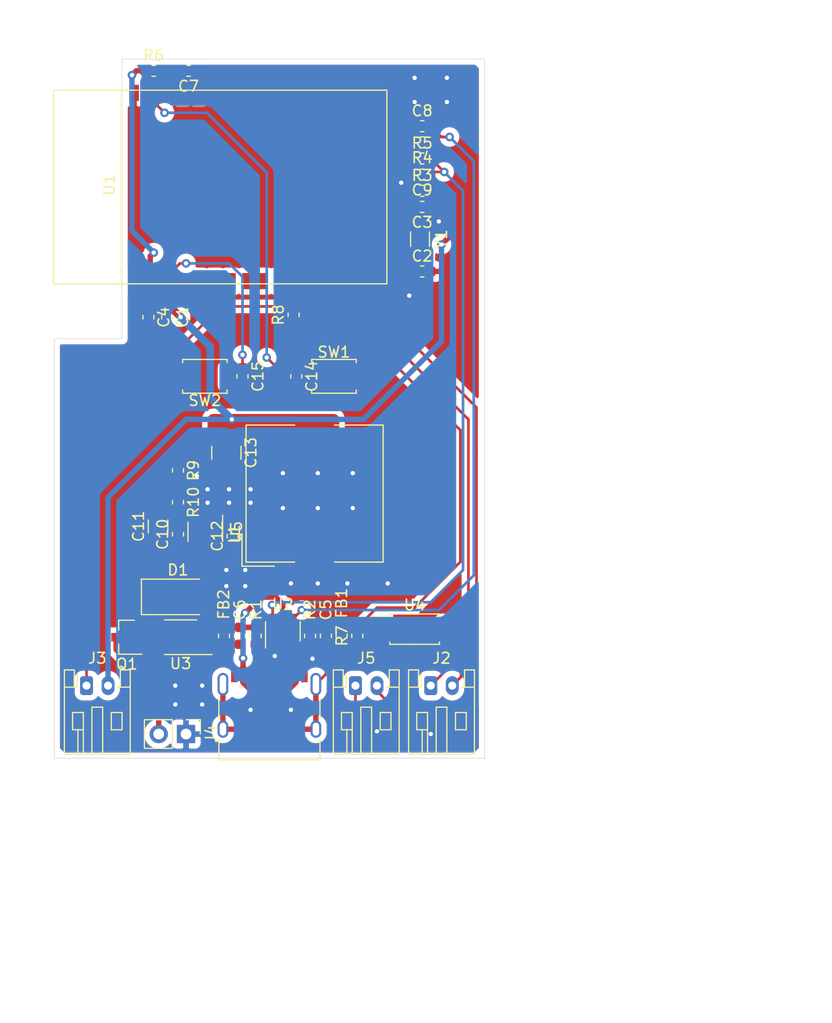
<source format=kicad_pcb>
(kicad_pcb (version 20171130) (host pcbnew "(5.1.6)-1")
  (layers (0 F.Cu signal) (31 B.Cu signal) (34 B.Paste user) (35 F.Paste user) (36 B.SilkS user) (37 F.SilkS user) (38 B.Mask user) (39 F.Mask user) (44 Edge.Cuts user))
  (net 0 "")
  (net 1 GND)
  (net 2 +3V3)
  (net 3 /MODULE_TX)
  (net 4 /MODULE_RX)
  (net 5 "Net-(U1-Pad6)")
  (net 6 /I2C_SDA)
  (net 7 /I2C_SCL)
  (net 8 "Net-(U1-Pad7)")
  (net 9 /USB_D+)
  (net 10 /USB_D-)
  (net 11 /D+)
  (net 12 /D-)
  (net 13 VBUS)
  (net 14 +BATT)
  (net 15 V_UNREG)
  (net 16 "Net-(R4-Pad2)")
  (net 17 "Net-(Q1-Pad1)")
  (net 18 "Net-(C2-Pad1)")
  (net 19 "Net-(C3-Pad2)")
  (net 20 "Net-(C5-Pad1)")
  (net 21 "Net-(C6-Pad1)")
  (net 22 "Net-(J1-PadB5)")
  (net 23 "Net-(J1-PadA8)")
  (net 24 "Net-(J1-PadA5)")
  (net 25 "Net-(J1-PadB8)")
  (net 26 "Net-(J2-Pad1)")
  (net 27 "Net-(J2-Pad2)")
  (net 28 "Net-(R3-Pad1)")
  (net 29 "Net-(R5-Pad1)")
  (net 30 "Net-(R7-Pad1)")
  (net 31 "Net-(U1-Pad31)")
  (net 32 "Net-(U1-Pad27)")
  (net 33 "Net-(U1-Pad30)")
  (net 34 "Net-(U1-Pad34)")
  (net 35 "Net-(U1-Pad28)")
  (net 36 "Net-(U1-Pad32)")
  (net 37 "Net-(U1-Pad37)")
  (net 38 "Net-(U1-Pad29)")
  (net 39 "Net-(U1-Pad38)")
  (net 40 "Net-(U1-Pad36)")
  (net 41 "Net-(U1-Pad33)")
  (net 42 "Net-(U1-Pad35)")
  (net 43 "Net-(U1-Pad39)")
  (net 44 "Net-(U1-Pad40)")
  (net 45 "Net-(U1-Pad25)")
  (net 46 "Net-(U1-Pad24)")
  (net 47 "Net-(U1-Pad20)")
  (net 48 "Net-(U1-Pad17)")
  (net 49 "Net-(U1-Pad13)")
  (net 50 "Net-(U1-Pad14)")
  (net 51 "Net-(U1-Pad9)")
  (net 52 "Net-(U1-Pad10)")
  (net 53 "Net-(U1-Pad8)")
  (net 54 "Net-(U1-Pad5)")
  (net 55 "Net-(U1-Pad4)")
  (net 56 "Net-(U3-Pad1)")
  (net 57 "Net-(C12-Pad2)")
  (net 58 "Net-(C12-Pad1)")
  (net 59 /EN)
  (net 60 /IO0)
  (net 61 "Net-(R10-Pad1)")
  (module Capacitor_SMD:C_0603_1608Metric (layer F.Cu) (at 140.5 92 270)
    (fp_text reference C1 (at 0 -1.43 90) (layer F.SilkS))
    (fp_text value 0.1uF)
    (pad 2 smd roundrect (at 0.7875 0 270) (size 0.875 0.95) (layers F.Cu F.Paste F.Mask) (net 1 GND))
    (pad 1 smd roundrect (at -0.7875 0 270) (size 0.875 0.95) (layers F.Cu F.Paste F.Mask) (net 2 +3V3))
  )
  (module Capacitor_SMD:C_0603_1608Metric (layer F.Cu) (at 164.2 87.75)
    (fp_text reference C2 (at 0 -1.43) (layer F.SilkS))
    (fp_text value 20pF)
    (pad 1 smd roundrect (at -0.7875 0) (size 0.875 0.95) (layers F.Cu F.Paste F.Mask) (net 18 "Net-(C2-Pad1)"))
    (pad 2 smd roundrect (at 0.7875 0) (size 0.875 0.95) (layers F.Cu F.Paste F.Mask) (net 1 GND))
  )
  (module Capacitor_SMD:C_0603_1608Metric (layer F.Cu) (at 164.2 81.75 180)
    (fp_text reference C3 (at 0 -1.43) (layer F.SilkS))
    (fp_text value 20pF)
    (pad 2 smd roundrect (at 0.7875 0 180) (size 0.875 0.95) (layers F.Cu F.Paste F.Mask) (net 19 "Net-(C3-Pad2)"))
    (pad 1 smd roundrect (at -0.7875 0 180) (size 0.875 0.95) (layers F.Cu F.Paste F.Mask) (net 1 GND))
  )
  (module Capacitor_SMD:C_0603_1608Metric (layer F.Cu) (at 138.75 92 270)
    (fp_text reference C4 (at 0 -1.43 90) (layer F.SilkS))
    (fp_text value 22uF)
    (pad 1 smd roundrect (at -0.7875 0 270) (size 0.875 0.95) (layers F.Cu F.Paste F.Mask) (net 2 +3V3))
    (pad 2 smd roundrect (at 0.7875 0 270) (size 0.875 0.95) (layers F.Cu F.Paste F.Mask) (net 1 GND))
  )
  (module Capacitor_SMD:C_0603_1608Metric (layer F.Cu) (at 155.25 121.62 90)
    (fp_text reference C5 (at 2.42 0 90) (layer F.SilkS))
    (fp_text value 0.1uF)
    (pad 2 smd roundrect (at 0.7875 0 90) (size 0.875 0.95) (layers F.Cu F.Paste F.Mask) (net 1 GND))
    (pad 1 smd roundrect (at -0.7875 0 90) (size 0.875 0.95) (layers F.Cu F.Paste F.Mask) (net 20 "Net-(C5-Pad1)"))
  )
  (module Capacitor_SMD:C_0603_1608Metric (layer F.Cu) (at 147.26 121.62 90)
    (fp_text reference C6 (at 2.42 -0.01 90) (layer F.SilkS))
    (fp_text value 0.1uF)
    (pad 1 smd roundrect (at -0.7875 0 90) (size 0.875 0.95) (layers F.Cu F.Paste F.Mask) (net 21 "Net-(C6-Pad1)"))
    (pad 2 smd roundrect (at 0.7875 0 90) (size 0.875 0.95) (layers F.Cu F.Paste F.Mask) (net 1 GND))
  )
  (module Capacitor_SMD:C_0603_1608Metric (layer F.Cu) (at 142.4875 69.1 180)
    (fp_text reference C7 (at 0 -1.43) (layer F.SilkS))
    (fp_text value 0.1uF)
    (pad 2 smd roundrect (at 0.7875 0 180) (size 0.875 0.95) (layers F.Cu F.Paste F.Mask) (net 59 /EN))
    (pad 1 smd roundrect (at -0.7875 0 180) (size 0.875 0.95) (layers F.Cu F.Paste F.Mask) (net 1 GND))
  )
  (module Capacitor_SMD:C_0603_1608Metric (layer F.Cu) (at 164.2 74.25)
    (fp_text reference C8 (at 0 -1.43) (layer F.SilkS))
    (fp_text value 20pF)
    (pad 2 smd roundrect (at 0.7875 0) (size 0.875 0.95) (layers F.Cu F.Paste F.Mask) (net 9 /USB_D+))
    (pad 1 smd roundrect (at -0.7875 0) (size 0.875 0.95) (layers F.Cu F.Paste F.Mask) (net 1 GND))
  )
  (module Capacitor_SMD:C_0603_1608Metric (layer F.Cu) (at 164.2 78.75 180)
    (fp_text reference C9 (at 0 -1.43) (layer F.SilkS))
    (fp_text value 20pF)
    (pad 1 smd roundrect (at -0.7875 0 180) (size 0.875 0.95) (layers F.Cu F.Paste F.Mask) (net 10 /USB_D-))
    (pad 2 smd roundrect (at 0.7875 0 180) (size 0.875 0.95) (layers F.Cu F.Paste F.Mask) (net 1 GND))
  )
  (module Capacitor_SMD:C_0603_1608Metric (layer F.Cu) (at 141.5 112.1815 90)
    (fp_text reference C10 (at 0 -1.43 90) (layer F.SilkS))
    (fp_text value 100pF)
    (pad 1 smd roundrect (at -0.7875 0 90) (size 0.875 0.95) (layers F.Cu F.Paste F.Mask) (net 15 V_UNREG))
    (pad 2 smd roundrect (at 0.7875 0 90) (size 0.875 0.95) (layers F.Cu F.Paste F.Mask) (net 1 GND))
  )
  (module Capacitor_SMD:C_1210_3225Metric (layer F.Cu) (at 146 104.6 270)
    (fp_text reference C13 (at 0 -2.28 90) (layer F.SilkS))
    (fp_text value 22uF)
    (pad 1 smd roundrect (at -1.4 0 270) (size 1.25 2.65) (layers F.Cu F.Paste F.Mask) (roundrect_rratio 0.2) (net 2 +3V3))
    (pad 2 smd roundrect (at 1.4 0 270) (size 1.25 2.65) (layers F.Cu F.Paste F.Mask) (roundrect_rratio 0.2) (net 1 GND))
  )
  (module Diode_SMD:D_SMA (layer F.Cu) (at 141.5 118)
    (fp_text reference D1 (at 0 -2.5 180) (layer F.SilkS))
    (fp_text value B140B-13-F)
    (pad 1 smd rect (at -2 0) (size 2.5 1.8) (layers F.Cu F.Paste F.Mask) (net 15 V_UNREG))
    (pad 2 smd rect (at 2 0) (size 2.5 1.8) (layers F.Cu F.Paste F.Mask) (net 13 VBUS))
  )
  (module Inductor_SMD:L_0603_1608Metric (layer F.Cu) (at 156.71 121.62 270)
    (fp_text reference FB1 (at -3.0375 0 90) (layer F.SilkS))
    (fp_text value >1A)
    (pad 2 smd roundrect (at 0.7875 0 270) (size 0.875 0.95) (layers F.Cu F.Paste F.Mask) (net 20 "Net-(C5-Pad1)"))
    (pad 1 smd roundrect (at -0.7875 0 270) (size 0.875 0.95) (layers F.Cu F.Paste F.Mask) (net 1 GND))
  )
  (module Inductor_SMD:L_0603_1608Metric (layer F.Cu) (at 145.78 121.62 270)
    (fp_text reference FB2 (at -2.92 0.03 90) (layer F.SilkS))
    (fp_text value >1A)
    (pad 1 smd roundrect (at -0.7875 0 270) (size 0.875 0.95) (layers F.Cu F.Paste F.Mask) (net 13 VBUS))
    (pad 2 smd roundrect (at 0.7875 0 270) (size 0.875 0.95) (layers F.Cu F.Paste F.Mask) (net 21 "Net-(C6-Pad1)"))
  )
  (module Connector_USB:USB_C_Receptacle_HRO_TYPE-C-31-M-12 (layer F.Cu) (at 150 129.25)
    (fp_text reference J1 hide)
    (fp_text value USB_C_Receptacle_USB2.0)
    (pad S1 thru_hole oval (at 4.32 1.05) (size 1 1.6) (drill oval 0.6 1.2) (layers *.Cu *.Mask) (net 20 "Net-(C5-Pad1)"))
    (pad "" np_thru_hole circle (at 2.89 -2.6) (size 0.65 0.65) (drill 0.65) (layers *.Cu *.Mask))
    (pad S1 thru_hole oval (at -4.32 1.05) (size 1 1.6) (drill oval 0.6 1.2) (layers *.Cu *.Mask) (net 20 "Net-(C5-Pad1)"))
    (pad "" np_thru_hole circle (at -2.89 -2.6) (size 0.65 0.65) (drill 0.65) (layers *.Cu *.Mask))
    (pad S1 thru_hole oval (at -4.32 -3.13) (size 1 2.1) (drill oval 0.6 1.7) (layers *.Cu *.Mask) (net 20 "Net-(C5-Pad1)"))
    (pad S1 thru_hole oval (at 4.32 -3.13) (size 1 2.1) (drill oval 0.6 1.7) (layers *.Cu *.Mask) (net 20 "Net-(C5-Pad1)"))
    (pad A6 smd rect (at -0.25 -4.045) (size 0.3 1.45) (layers F.Cu F.Paste F.Mask) (net 11 /D+))
    (pad B5 smd rect (at 1.75 -4.045) (size 0.3 1.45) (layers F.Cu F.Paste F.Mask) (net 22 "Net-(J1-PadB5)"))
    (pad A8 smd rect (at 1.25 -4.045) (size 0.3 1.45) (layers F.Cu F.Paste F.Mask) (net 23 "Net-(J1-PadA8)"))
    (pad B6 smd rect (at 0.75 -4.045) (size 0.3 1.45) (layers F.Cu F.Paste F.Mask) (net 11 /D+))
    (pad A7 smd rect (at 0.25 -4.045) (size 0.3 1.45) (layers F.Cu F.Paste F.Mask) (net 12 /D-))
    (pad B7 smd rect (at -0.75 -4.045) (size 0.3 1.45) (layers F.Cu F.Paste F.Mask) (net 12 /D-))
    (pad A5 smd rect (at -1.25 -4.045) (size 0.3 1.45) (layers F.Cu F.Paste F.Mask) (net 24 "Net-(J1-PadA5)"))
    (pad B8 smd rect (at -1.75 -4.045) (size 0.3 1.45) (layers F.Cu F.Paste F.Mask) (net 25 "Net-(J1-PadB8)"))
    (pad A12 smd rect (at 3.25 -4.045) (size 0.6 1.45) (layers F.Cu F.Paste F.Mask) (net 1 GND))
    (pad B4 smd rect (at 2.45 -4.045) (size 0.6 1.45) (layers F.Cu F.Paste F.Mask) (net 21 "Net-(C6-Pad1)"))
    (pad A4 smd rect (at -2.45 -4.045) (size 0.6 1.45) (layers F.Cu F.Paste F.Mask) (net 21 "Net-(C6-Pad1)"))
    (pad A1 smd rect (at -3.25 -4.045) (size 0.6 1.45) (layers F.Cu F.Paste F.Mask) (net 1 GND))
    (pad B12 smd rect (at -3.25 -4.045) (size 0.6 1.45) (layers F.Cu F.Paste F.Mask) (net 1 GND))
    (pad B9 smd rect (at -2.45 -4.045) (size 0.6 1.45) (layers F.Cu F.Paste F.Mask) (net 21 "Net-(C6-Pad1)"))
    (pad A9 smd rect (at 2.45 -4.045) (size 0.6 1.45) (layers F.Cu F.Paste F.Mask) (net 21 "Net-(C6-Pad1)"))
    (pad B1 smd rect (at 3.25 -4.045) (size 0.6 1.45) (layers F.Cu F.Paste F.Mask) (net 1 GND))
  )
  (module Connector_JST:JST_PH_S2B-PH-K_1x02_P2.00mm_Horizontal (layer F.Cu) (at 165 126.25)
    (fp_text reference J2 (at 1 -2.55) (layer F.SilkS))
    (fp_text value Conn_01x02_Male)
    (pad 1 thru_hole roundrect (at 0 0) (size 1.2 1.75) (drill 0.75) (layers *.Cu *.Mask) (roundrect_rratio 0.208333) (net 26 "Net-(J2-Pad1)"))
    (pad 2 thru_hole oval (at 2 0) (size 1.2 1.75) (drill 0.75) (layers *.Cu *.Mask) (net 27 "Net-(J2-Pad2)"))
  )
  (module Connector_JST:JST_PH_S2B-PH-K_1x02_P2.00mm_Horizontal (layer F.Cu) (at 133 126.25)
    (fp_text reference J3 (at 1 -2.55) (layer F.SilkS))
    (fp_text value Conn_01x02_Male)
    (pad 2 thru_hole oval (at 2 0) (size 1.2 1.75) (drill 0.75) (layers *.Cu *.Mask) (net 2 +3V3))
    (pad 1 thru_hole roundrect (at 0 0) (size 1.2 1.75) (drill 0.75) (layers *.Cu *.Mask) (roundrect_rratio 0.208333) (net 4 /MODULE_RX))
  )
  (module Connector_JST:JST_PH_S2B-PH-K_1x02_P2.00mm_Horizontal (layer F.Cu) (at 158 126.25)
    (fp_text reference J5 (at 1 -2.55) (layer F.SilkS))
    (fp_text value Conn_01x02_Male)
    (pad 1 thru_hole roundrect (at 0 0) (size 1.2 1.75) (drill 0.75) (layers *.Cu *.Mask) (roundrect_rratio 0.208333) (net 6 /I2C_SDA))
    (pad 2 thru_hole oval (at 2 0) (size 1.2 1.75) (drill 0.75) (layers *.Cu *.Mask) (net 7 /I2C_SCL))
  )
  (module Connector_PinHeader_2.54mm:PinHeader_1x02_P2.54mm_Vertical (layer F.Cu) (at 142.25 130.75 270)
    (fp_text reference J4 (at 0 -2.33 90) (layer F.SilkS))
    (fp_text value Conn_01x02)
    (pad 1 thru_hole rect (at 0 0 270) (size 1.7 1.7) (drill 1) (layers *.Cu *.Mask) (net 1 GND))
    (pad 2 thru_hole oval (at 0 2.54 270) (size 1.7 1.7) (drill 1) (layers *.Cu *.Mask) (net 14 +BATT))
  )
  (module Package_TO_SOT_SMD:SOT-23 (layer F.Cu) (at 136.75 121.75 180)
    (fp_text reference Q1 (at 0 -2.5) (layer F.SilkS))
    (fp_text value DMP4065SQ)
    (pad 1 smd rect (at -1 -0.95 180) (size 0.9 0.8) (layers F.Cu F.Paste F.Mask) (net 17 "Net-(Q1-Pad1)"))
    (pad 2 smd rect (at -1 0.95 180) (size 0.9 0.8) (layers F.Cu F.Paste F.Mask) (net 15 V_UNREG))
    (pad 3 smd rect (at 1 0 180) (size 0.9 0.8) (layers F.Cu F.Paste F.Mask) (net 14 +BATT))
  )
  (module Resistor_SMD:R_0603_1608Metric (layer F.Cu) (at 148.72 121.62 270)
    (fp_text reference R1 (at -2.42 -0.03 90) (layer F.SilkS))
    (fp_text value 5.1k)
    (pad 2 smd roundrect (at 0.7875 0 270) (size 0.875 0.95) (layers F.Cu F.Paste F.Mask) (net 24 "Net-(J1-PadA5)"))
    (pad 1 smd roundrect (at -0.7875 0 270) (size 0.875 0.95) (layers F.Cu F.Paste F.Mask) (net 1 GND))
  )
  (module Resistor_SMD:R_0603_1608Metric (layer F.Cu) (at 153.78 121.62 270)
    (fp_text reference R2 (at -2.42 0.03 270) (layer F.SilkS))
    (fp_text value 5.1k)
    (pad 1 smd roundrect (at -0.7875 0 270) (size 0.875 0.95) (layers F.Cu F.Paste F.Mask) (net 1 GND))
    (pad 2 smd roundrect (at 0.7875 0 270) (size 0.875 0.95) (layers F.Cu F.Paste F.Mask) (net 22 "Net-(J1-PadB5)"))
  )
  (module Resistor_SMD:R_0603_1608Metric (layer F.Cu) (at 164.2 80.25)
    (fp_text reference R3 (at 0 -1.43) (layer F.SilkS))
    (fp_text value 10k)
    (pad 1 smd roundrect (at -0.7875 0) (size 0.875 0.95) (layers F.Cu F.Paste F.Mask) (net 28 "Net-(R3-Pad1)"))
    (pad 2 smd roundrect (at 0.7875 0) (size 0.875 0.95) (layers F.Cu F.Paste F.Mask) (net 2 +3V3))
  )
  (module Resistor_SMD:R_0603_1608Metric (layer F.Cu) (at 164.2 75.75 180)
    (fp_text reference R4 (at 0 -1.43) (layer F.SilkS))
    (fp_text value 22R)
    (pad 1 smd roundrect (at -0.7875 0 180) (size 0.875 0.95) (layers F.Cu F.Paste F.Mask) (net 9 /USB_D+))
    (pad 2 smd roundrect (at 0.7875 0 180) (size 0.875 0.95) (layers F.Cu F.Paste F.Mask) (net 16 "Net-(R4-Pad2)"))
  )
  (module Resistor_SMD:R_0603_1608Metric (layer F.Cu) (at 164.2 77.25)
    (fp_text reference R5 (at 0 -1.43) (layer F.SilkS))
    (fp_text value 22R)
    (pad 2 smd roundrect (at 0.7875 0) (size 0.875 0.95) (layers F.Cu F.Paste F.Mask) (net 10 /USB_D-))
    (pad 1 smd roundrect (at -0.7875 0) (size 0.875 0.95) (layers F.Cu F.Paste F.Mask) (net 29 "Net-(R5-Pad1)"))
  )
  (module Resistor_SMD:R_0603_1608Metric (layer F.Cu) (at 139.2375 69.1)
    (fp_text reference R6 (at 0 -1.43) (layer F.SilkS))
    (fp_text value 10k)
    (pad 1 smd roundrect (at -0.7875 0) (size 0.875 0.95) (layers F.Cu F.Paste F.Mask) (net 2 +3V3))
    (pad 2 smd roundrect (at 0.7875 0) (size 0.875 0.95) (layers F.Cu F.Paste F.Mask) (net 59 /EN))
  )
  (module Resistor_SMD:R_0603_1608Metric (layer F.Cu) (at 158.17 121.62 90)
    (fp_text reference R7 (at 0 -1.43 90) (layer F.SilkS))
    (fp_text value 180R)
    (pad 2 smd roundrect (at 0.7875 0 90) (size 0.875 0.95) (layers F.Cu F.Paste F.Mask) (net 3 /MODULE_TX))
    (pad 1 smd roundrect (at -0.7875 0 90) (size 0.875 0.95) (layers F.Cu F.Paste F.Mask) (net 30 "Net-(R7-Pad1)"))
  )
  (module Resistor_SMD:R_0603_1608Metric (layer F.Cu) (at 141.5 106.25 270)
    (fp_text reference R9 (at 0 -1.43 90) (layer F.SilkS))
    (fp_text value 51k)
    (pad 2 smd roundrect (at 0.7875 0 270) (size 0.875 0.95) (layers F.Cu F.Paste F.Mask) (net 61 "Net-(R10-Pad1)"))
    (pad 1 smd roundrect (at -0.7875 0 270) (size 0.875 0.95) (layers F.Cu F.Paste F.Mask) (net 2 +3V3))
  )
  (module Resistor_SMD:R_0603_1608Metric (layer F.Cu) (at 152.25 91.7875 90)
    (fp_text reference R8 (at 0 -1.43 90) (layer F.SilkS))
    (fp_text value 2.2K)
    (pad 1 smd roundrect (at -0.7875 0 90) (size 0.875 0.95) (layers F.Cu F.Paste F.Mask) (net 1 GND))
    (pad 2 smd roundrect (at 0.7875 0 90) (size 0.875 0.95) (layers F.Cu F.Paste F.Mask) (net 4 /MODULE_RX))
  )
  (module ESP32-s2:ESP32-S2-WROOM (layer F.Cu) (at 129.921 88.9 90)
    (fp_text reference U1 (at 9.2 5.2 90) (layer F.SilkS))
    (fp_text value ESP32-S2-WROOM)
    (pad 43 smd rect (at 6.31 14.05 90) (size 1.1 1.1) (layers F.Cu F.Paste F.Mask) (net 1 GND))
    (pad 43 smd rect (at 6.31 15.55 90) (size 1.1 1.1) (layers F.Cu F.Paste F.Mask) (net 1 GND))
    (pad 43 smd rect (at 6.31 17.05 90) (size 1.1 1.1) (layers F.Cu F.Paste F.Mask) (net 1 GND))
    (pad 43 smd rect (at 9.31 14.05 90) (size 1.1 1.1) (layers F.Cu F.Paste F.Mask) (net 1 GND))
    (pad 43 smd rect (at 9.31 15.55 90) (size 1.1 1.1) (layers F.Cu F.Paste F.Mask) (net 1 GND))
    (pad 43 smd rect (at 9.31 17.05 90) (size 1.1 1.1) (layers F.Cu F.Paste F.Mask) (net 1 GND))
    (pad 43 smd rect (at 7.81 17.05 90) (size 1.1 1.1) (layers F.Cu F.Paste F.Mask) (net 1 GND))
    (pad 43 smd rect (at 7.81 14.05 90) (size 1.1 1.1) (layers F.Cu F.Paste F.Mask) (net 1 GND))
    (pad 43 smd rect (at 7.81 15.55 90) (size 1.1 1.1) (layers F.Cu F.Paste F.Mask) (net 1 GND))
    (pad 31 smd rect (at 17.75 24 90) (size 1.5 0.9) (layers F.Cu F.Paste F.Mask) (net 31 "Net-(U1-Pad31)"))
    (pad 42 smd rect (at 17.75 7.5 90) (size 1.5 0.9) (layers F.Cu F.Paste F.Mask) (net 1 GND))
    (pad 27 smd rect (at 17.75 30 90) (size 1.5 0.9) (layers F.Cu F.Paste F.Mask) (net 32 "Net-(U1-Pad27)"))
    (pad 41 smd rect (at 17.75 9 90) (size 1.5 0.9) (layers F.Cu F.Paste F.Mask) (net 59 /EN))
    (pad 30 smd rect (at 17.75 25.5 90) (size 1.5 0.9) (layers F.Cu F.Paste F.Mask) (net 33 "Net-(U1-Pad30)"))
    (pad 34 smd rect (at 17.75 19.5 90) (size 1.5 0.9) (layers F.Cu F.Paste F.Mask) (net 34 "Net-(U1-Pad34)"))
    (pad 28 smd rect (at 17.75 28.5 90) (size 1.5 0.9) (layers F.Cu F.Paste F.Mask) (net 35 "Net-(U1-Pad28)"))
    (pad 32 smd rect (at 17.75 22.5 90) (size 1.5 0.9) (layers F.Cu F.Paste F.Mask) (net 36 "Net-(U1-Pad32)"))
    (pad 37 smd rect (at 17.75 15 90) (size 1.5 0.9) (layers F.Cu F.Paste F.Mask) (net 37 "Net-(U1-Pad37)"))
    (pad 29 smd rect (at 17.75 27 90) (size 1.5 0.9) (layers F.Cu F.Paste F.Mask) (net 38 "Net-(U1-Pad29)"))
    (pad 38 smd rect (at 17.75 13.5 90) (size 1.5 0.9) (layers F.Cu F.Paste F.Mask) (net 39 "Net-(U1-Pad38)"))
    (pad 36 smd rect (at 17.75 16.5 90) (size 1.5 0.9) (layers F.Cu F.Paste F.Mask) (net 40 "Net-(U1-Pad36)"))
    (pad 33 smd rect (at 17.75 21 90) (size 1.5 0.9) (layers F.Cu F.Paste F.Mask) (net 41 "Net-(U1-Pad33)"))
    (pad 35 smd rect (at 17.75 18 90) (size 1.5 0.9) (layers F.Cu F.Paste F.Mask) (net 42 "Net-(U1-Pad35)"))
    (pad 39 smd rect (at 17.75 12 90) (size 1.5 0.9) (layers F.Cu F.Paste F.Mask) (net 43 "Net-(U1-Pad39)"))
    (pad 40 smd rect (at 17.75 10.5 90) (size 1.5 0.9) (layers F.Cu F.Paste F.Mask) (net 44 "Net-(U1-Pad40)"))
    (pad 25 smd rect (at 14.25 30.75 180) (size 1.5 0.9) (layers F.Cu F.Paste F.Mask) (net 45 "Net-(U1-Pad25)"))
    (pad 26 smd rect (at 15.75 30.75 180) (size 1.5 0.9) (layers F.Cu F.Paste F.Mask) (net 1 GND))
    (pad 23 smd rect (at 11.25 30.75 180) (size 1.5 0.9) (layers F.Cu F.Paste F.Mask) (net 16 "Net-(R4-Pad2)"))
    (pad 24 smd rect (at 12.75 30.75 180) (size 1.5 0.9) (layers F.Cu F.Paste F.Mask) (net 46 "Net-(U1-Pad24)"))
    (pad 21 smd rect (at 8.25 30.75 180) (size 1.5 0.9) (layers F.Cu F.Paste F.Mask) (net 28 "Net-(R3-Pad1)"))
    (pad 22 smd rect (at 9.75 30.75 180) (size 1.5 0.9) (layers F.Cu F.Paste F.Mask) (net 29 "Net-(R5-Pad1)"))
    (pad 19 smd rect (at 5.25 30.75 180) (size 1.5 0.9) (layers F.Cu F.Paste F.Mask) (net 19 "Net-(C3-Pad2)"))
    (pad 20 smd rect (at 6.75 30.75 180) (size 1.5 0.9) (layers F.Cu F.Paste F.Mask) (net 47 "Net-(U1-Pad20)"))
    (pad 18 smd rect (at 3.75 30.75 180) (size 1.5 0.9) (layers F.Cu F.Paste F.Mask) (net 18 "Net-(C2-Pad1)"))
    (pad 17 smd rect (at 2.25 30.75 180) (size 1.5 0.9) (layers F.Cu F.Paste F.Mask) (net 48 "Net-(U1-Pad17)"))
    (pad 15 smd rect (at 0.25 28.5 90) (size 1.5 0.9) (layers F.Cu F.Paste F.Mask) (net 7 /I2C_SCL))
    (pad 16 smd rect (at 0.25 30 90) (size 1.5 0.9) (layers F.Cu F.Paste F.Mask) (net 6 /I2C_SDA))
    (pad 13 smd rect (at 0.25 25.5 90) (size 1.5 0.9) (layers F.Cu F.Paste F.Mask) (net 49 "Net-(U1-Pad13)"))
    (pad 14 smd rect (at 0.25 27 90) (size 1.5 0.9) (layers F.Cu F.Paste F.Mask) (net 50 "Net-(U1-Pad14)"))
    (pad 11 smd rect (at 0.25 22.5 90) (size 1.5 0.9) (layers F.Cu F.Paste F.Mask) (net 4 /MODULE_RX))
    (pad 12 smd rect (at 0.25 24 90) (size 1.5 0.9) (layers F.Cu F.Paste F.Mask) (net 3 /MODULE_TX))
    (pad 9 smd rect (at 0.25 19.5 90) (size 1.5 0.9) (layers F.Cu F.Paste F.Mask) (net 51 "Net-(U1-Pad9)"))
    (pad 10 smd rect (at 0.25 21 90) (size 1.5 0.9) (layers F.Cu F.Paste F.Mask) (net 52 "Net-(U1-Pad10)"))
    (pad 7 smd rect (at 0.25 16.5 90) (size 1.5 0.9) (layers F.Cu F.Paste F.Mask) (net 8 "Net-(U1-Pad7)"))
    (pad 8 smd rect (at 0.25 18 90) (size 1.5 0.9) (layers F.Cu F.Paste F.Mask) (net 53 "Net-(U1-Pad8)"))
    (pad 5 smd rect (at 0.25 13.5 90) (size 1.5 0.9) (layers F.Cu F.Paste F.Mask) (net 54 "Net-(U1-Pad5)"))
    (pad 6 smd rect (at 0.25 15 90) (size 1.5 0.9) (layers F.Cu F.Paste F.Mask) (net 5 "Net-(U1-Pad6)"))
    (pad 3 smd rect (at 0.25 10.5 90) (size 1.5 0.9) (layers F.Cu F.Paste F.Mask) (net 60 /IO0))
    (pad 4 smd rect (at 0.25 12 90) (size 1.5 0.9) (layers F.Cu F.Paste F.Mask) (net 55 "Net-(U1-Pad4)"))
    (pad 2 smd rect (at 0.25 9 90) (size 1.5 0.9) (layers F.Cu F.Paste F.Mask) (net 2 +3V3))
    (pad 1 smd rect (at 0.25 7.5 90) (size 1.5 0.9) (layers F.Cu F.Paste F.Mask) (net 1 GND))
  )
  (module Package_TO_SOT_SMD:SOT-23-6 (layer F.Cu) (at 151.25 121.2 90)
    (fp_text reference U2 (at 2.5 0 180) (layer F.SilkS))
    (fp_text value USBLC6-2SC6)
    (pad 1 smd rect (at -1.1 -0.95 90) (size 1.06 0.65) (layers F.Cu F.Paste F.Mask) (net 12 /D-))
    (pad 2 smd rect (at -1.1 0 90) (size 1.06 0.65) (layers F.Cu F.Paste F.Mask) (net 1 GND))
    (pad 3 smd rect (at -1.1 0.95 90) (size 1.06 0.65) (layers F.Cu F.Paste F.Mask) (net 11 /D+))
    (pad 4 smd rect (at 1.1 0.95 90) (size 1.06 0.65) (layers F.Cu F.Paste F.Mask) (net 9 /USB_D+))
    (pad 6 smd rect (at 1.1 -0.95 90) (size 1.06 0.65) (layers F.Cu F.Paste F.Mask) (net 10 /USB_D-))
    (pad 5 smd rect (at 1.1 0 90) (size 1.06 0.65) (layers F.Cu F.Paste F.Mask) (net 21 "Net-(C6-Pad1)"))
  )
  (module Package_SO:MSOP-8_3x3mm_P0.65mm (layer F.Cu) (at 141.75 121.75 180)
    (fp_text reference U3 (at 0 -2.45) (layer F.SilkS))
    (fp_text value LTC4414)
    (pad 1 smd roundrect (at -2.1125 -0.975 180) (size 1.625 0.4) (layers F.Cu F.Paste F.Mask) (net 56 "Net-(U3-Pad1)"))
    (pad 2 smd roundrect (at -2.1125 -0.325 180) (size 1.625 0.4) (layers F.Cu F.Paste F.Mask) (net 1 GND))
    (pad 3 smd roundrect (at -2.1125 0.325 180) (size 1.625 0.4) (layers F.Cu F.Paste F.Mask) (net 1 GND))
    (pad 4 smd roundrect (at -2.1125 0.975 180) (size 1.625 0.4) (layers F.Cu F.Paste F.Mask))
    (pad 5 smd roundrect (at 2.1125 0.975 180) (size 1.625 0.4) (layers F.Cu F.Paste F.Mask))
    (pad 6 smd roundrect (at 2.1125 0.325 180) (size 1.625 0.4) (layers F.Cu F.Paste F.Mask) (net 15 V_UNREG))
    (pad 7 smd roundrect (at 2.1125 -0.325 180) (size 1.625 0.4) (layers F.Cu F.Paste F.Mask) (net 14 +BATT))
    (pad 8 smd roundrect (at 2.1125 -0.975 180) (size 1.625 0.4) (layers F.Cu F.Paste F.Mask) (net 17 "Net-(Q1-Pad1)"))
  )
  (module Package_SO:SOP-4_4.4x2.6mm_P1.27mm (layer F.Cu) (at 163.5 121)
    (fp_text reference U4 (at 0 -2.25) (layer F.SilkS))
    (fp_text value "EL3H7(B)(TA)-G")
    (pad 1 smd roundrect (at -3.1875 -0.635) (size 1.625 0.6) (layers F.Cu F.Paste F.Mask) (net 30 "Net-(R7-Pad1)"))
    (pad 2 smd roundrect (at -3.1875 0.635) (size 1.625 0.6) (layers F.Cu F.Paste F.Mask) (net 1 GND))
    (pad 3 smd roundrect (at 3.1875 0.635) (size 1.625 0.6) (layers F.Cu F.Paste F.Mask) (net 26 "Net-(J2-Pad1)"))
    (pad 4 smd roundrect (at 3.1875 -0.635) (size 1.625 0.6) (layers F.Cu F.Paste F.Mask) (net 27 "Net-(J2-Pad2)"))
  )
  (module Crystal:Crystal_SMD_3215-2Pin_3.2x1.5mm (layer F.Cu) (at 164 84.75 270)
    (fp_text reference Y1 (at 0 -2 90) (layer F.SilkS))
    (fp_text value "32.768KHz 12.5p")
    (pad 1 smd rect (at 1.25 0 270) (size 1 1.8) (layers F.Cu F.Paste F.Mask) (net 18 "Net-(C2-Pad1)"))
    (pad 2 smd rect (at -1.25 0 270) (size 1 1.8) (layers F.Cu F.Paste F.Mask) (net 19 "Net-(C3-Pad2)"))
  )
  (module Capacitor_SMD:C_1206_3216Metric (layer F.Cu) (at 139.65 111.445 90)
    (fp_text reference C11 (at 0 -1.82 90) (layer F.SilkS))
    (fp_text value 10uF)
    (pad 1 smd roundrect (at -1.4 0 90) (size 1.25 1.75) (layers F.Cu F.Paste F.Mask) (roundrect_rratio 0.2) (net 15 V_UNREG))
    (pad 2 smd roundrect (at 1.4 0 90) (size 1.25 1.75) (layers F.Cu F.Paste F.Mask) (roundrect_rratio 0.2) (net 1 GND))
  )
  (module Capacitor_SMD:C_0603_1608Metric (layer F.Cu) (at 146.58 112.35 90)
    (fp_text reference C12 (at 0 -1.43 90) (layer F.SilkS))
    (fp_text value 100nF)
    (pad 2 smd roundrect (at 0.7875 0 90) (size 0.875 0.95) (layers F.Cu F.Paste F.Mask) (net 57 "Net-(C12-Pad2)"))
    (pad 1 smd roundrect (at -0.7875 0 90) (size 0.875 0.95) (layers F.Cu F.Paste F.Mask) (net 58 "Net-(C12-Pad1)"))
  )
  (module Capacitor_SMD:C_0603_1608Metric (layer F.Cu) (at 152.5 97.5 270)
    (fp_text reference C14 (at 0 -1.43 90) (layer F.SilkS))
    (fp_text value 0.1uF)
    (pad 1 smd roundrect (at -0.7875 0 270) (size 0.875 0.95) (layers F.Cu F.Paste F.Mask) (net 59 /EN))
    (pad 2 smd roundrect (at 0.7875 0 270) (size 0.875 0.95) (layers F.Cu F.Paste F.Mask) (net 1 GND))
  )
  (module Capacitor_SMD:C_0603_1608Metric (layer F.Cu) (at 147.5 97.5 270)
    (fp_text reference C15 (at 0 -1.43 90) (layer F.SilkS))
    (fp_text value 0.1uF)
    (pad 1 smd roundrect (at -0.7875 0 270) (size 0.875 0.95) (layers F.Cu F.Paste F.Mask) (net 60 /IO0))
    (pad 2 smd roundrect (at 0.7875 0 270) (size 0.875 0.95) (layers F.Cu F.Paste F.Mask) (net 1 GND))
  )
  (module Inductor_SMD:L_TDK_SLF12575 (layer F.Cu) (at 154.2 108.397 90)
    (fp_text reference L1 (at -3.75 -7.45 90) (layer F.SilkS))
    (fp_text value 15uH)
    (fp_text user "" (at -49 0.05 90) (layer F.SilkS) (effects (font (size 3 3))))
    (pad 1 smd roundrect (at -5.55 0 90) (size 2.6 3.2) (layers F.Cu F.Paste F.Mask) (net 58 "Net-(C12-Pad1)"))
    (pad 2 smd roundrect (at 5.55 0 90) (size 2.6 3.2) (layers F.Cu F.Paste F.Mask) (net 2 +3V3))
  )
  (module Resistor_SMD:R_0603_1608Metric (layer F.Cu) (at 141.5 109.2 270)
    (fp_text reference R10 (at 0 -1.43 90) (layer F.SilkS))
    (fp_text value 22.1k)
    (pad 1 smd roundrect (at -0.7875 0 270) (size 0.875 0.95) (layers F.Cu F.Paste F.Mask) (net 61 "Net-(R10-Pad1)"))
    (pad 2 smd roundrect (at 0.7875 0 270) (size 0.875 0.95) (layers F.Cu F.Paste F.Mask) (net 1 GND))
  )
  (module Button_Switch_SMD:SW_Push_SPST_NO_Alps_SKRK (layer F.Cu) (at 156 97.5)
    (fp_text reference SW1 (at 0 -2.25) (layer F.SilkS))
    (fp_text value Reset)
    (pad 2 smd roundrect (at 2.1 0) (size 0.8 2) (layers F.Cu F.Paste F.Mask) (net 1 GND))
    (pad 1 smd roundrect (at -2.1 0) (size 0.8 2) (layers F.Cu F.Paste F.Mask) (net 59 /EN))
  )
  (module Button_Switch_SMD:SW_Push_SPST_NO_Alps_SKRK (layer F.Cu) (at 144 97.5 180)
    (fp_text reference SW2 (at 0 -2.25) (layer F.SilkS))
    (fp_text value Boot)
    (pad 1 smd roundrect (at -2.1 0 180) (size 0.8 2) (layers F.Cu F.Paste F.Mask) (net 60 /IO0))
    (pad 2 smd roundrect (at 2.1 0 180) (size 0.8 2) (layers F.Cu F.Paste F.Mask) (net 1 GND))
  )
  (module Package_TO_SOT_SMD:SOT-23-6 (layer F.Cu) (at 144.04 111.953 270)
    (fp_text reference U5 (at 0 -2.9 90) (layer F.SilkS))
    (fp_text value LMR50410XDBVR)
    (pad 1 smd rect (at -1.1 -0.95 270) (size 1.06 0.65) (layers F.Cu F.Paste F.Mask) (net 57 "Net-(C12-Pad2)"))
    (pad 2 smd rect (at -1.1 0 270) (size 1.06 0.65) (layers F.Cu F.Paste F.Mask) (net 1 GND))
    (pad 3 smd rect (at -1.1 0.95 270) (size 1.06 0.65) (layers F.Cu F.Paste F.Mask) (net 61 "Net-(R10-Pad1)"))
    (pad 4 smd rect (at 1.1 0.95 270) (size 1.06 0.65) (layers F.Cu F.Paste F.Mask) (net 15 V_UNREG))
    (pad 6 smd rect (at 1.1 -0.95 270) (size 1.06 0.65) (layers F.Cu F.Paste F.Mask) (net 58 "Net-(C12-Pad1)"))
    (pad 5 smd rect (at 1.1 0 270) (size 1.06 0.65) (layers F.Cu F.Paste F.Mask) (net 15 V_UNREG))
  )
  (gr_line (start 136.3 94) (end 136.3 68) (layer Edge.Cuts) (width 0.05))
  (gr_line (start 130 94) (end 136.3 94) (layer Edge.Cuts) (width 0.05))
  (gr_line (start 130 133) (end 130 94) (layer Edge.Cuts) (width 0.05))
  (gr_line (start 170 133) (end 130 133) (layer Edge.Cuts) (width 0.05))
  (gr_line (start 170 68) (end 170 133) (layer Edge.Cuts) (width 0.05))
  (gr_line (start 136.3 68) (end 170 68) (layer Edge.Cuts) (width 0.05))
  (segment (start 141.814001 111.708001) (end 141.5 111.394) (width 0.25) (layer F.Cu) (net 1))
  (segment (start 143.964999 111.708001) (end 141.814001 111.708001) (width 0.25) (layer F.Cu) (net 1))
  (segment (start 144.04 111.633) (end 143.964999 111.708001) (width 0.25) (layer F.Cu) (net 1))
  (segment (start 144.04 110.853) (end 144.04 111.633) (width 0.25) (layer F.Cu) (net 1))
  (via (at 150.5 123.5) (size 0.8) (drill 0.4) (layers F.Cu B.Cu) (net 1))
  (segment (start 151.25 122.75) (end 150.5 123.5) (width 0.25) (layer F.Cu) (net 1))
  (segment (start 151.25 122.3) (end 151.25 122.75) (width 0.25) (layer F.Cu) (net 1))
  (segment (start 146.75 125.205) (end 146.75 125) (width 0.25) (layer F.Cu) (net 1))
  (segment (start 146.75 125) (end 145.75 124) (width 0.25) (layer F.Cu) (net 1))
  (via (at 154 123.75) (size 0.8) (drill 0.4) (layers F.Cu B.Cu) (net 1))
  (segment (start 153.25 124.5) (end 154 123.75) (width 0.25) (layer F.Cu) (net 1))
  (segment (start 153.25 125.205) (end 153.25 124.5) (width 0.25) (layer F.Cu) (net 1))
  (segment (start 143.8625 121.425) (end 142.575 121.425) (width 0.5) (layer F.Cu) (net 1))
  (segment (start 143.8625 122.075) (end 142.575 122.075) (width 0.5) (layer F.Cu) (net 1))
  (segment (start 143.8625 122.075) (end 143.8625 121.425) (width 0.5) (layer F.Cu) (net 1))
  (segment (start 151.25 121.52) (end 150.98 121.25) (width 0.25) (layer F.Cu) (net 1))
  (segment (start 149.1375 121.25) (end 148.72 120.8325) (width 0.25) (layer F.Cu) (net 1))
  (segment (start 150.98 121.25) (end 149.1375 121.25) (width 0.25) (layer F.Cu) (net 1))
  (segment (start 151.25 122.3) (end 151.25 121.75) (width 0.25) (layer F.Cu) (net 1))
  (segment (start 151.25 121.75) (end 151.25 121.52) (width 0.25) (layer F.Cu) (net 1))
  (segment (start 153.4175 120.8325) (end 153.78 120.8325) (width 0.25) (layer F.Cu) (net 1))
  (segment (start 153.3625 121.25) (end 153.78 120.8325) (width 0.25) (layer F.Cu) (net 1))
  (segment (start 151.5 121.25) (end 153.3625 121.25) (width 0.25) (layer F.Cu) (net 1))
  (segment (start 151.25 122.3) (end 151.25 121.5) (width 0.25) (layer F.Cu) (net 1))
  (segment (start 151.25 121.5) (end 151.5 121.25) (width 0.25) (layer F.Cu) (net 1))
  (via (at 148.25 128.5) (size 0.8) (drill 0.4) (layers F.Cu B.Cu) (net 1))
  (via (at 152 128.5) (size 0.8) (drill 0.4) (layers F.Cu B.Cu) (net 1))
  (via (at 162.25 79.5) (size 0.8) (drill 0.4) (layers F.Cu B.Cu) (net 1))
  (segment (start 162.6625 79.5) (end 163.4125 78.75) (width 0.25) (layer F.Cu) (net 1))
  (segment (start 162.25 79.5) (end 162.6625 79.5) (width 0.25) (layer F.Cu) (net 1))
  (via (at 165.75 83.1) (size 0.8) (drill 0.4) (layers F.Cu B.Cu) (net 1))
  (segment (start 164.9875 81.75) (end 164.9875 82.36251) (width 0.25) (layer F.Cu) (net 1))
  (segment (start 164.9875 82.36251) (end 165.72499 83.1) (width 0.25) (layer F.Cu) (net 1))
  (via (at 146 115.5) (size 0.8) (drill 0.4) (layers F.Cu B.Cu) (net 1))
  (via (at 147.75 115.5) (size 0.8) (drill 0.4) (layers F.Cu B.Cu) (net 1))
  (via (at 147.75 117) (size 0.8) (drill 0.4) (layers F.Cu B.Cu) (net 1))
  (via (at 146 117) (size 0.8) (drill 0.4) (layers F.Cu B.Cu) (net 1))
  (via (at 152 116.75) (size 0.8) (drill 0.4) (layers F.Cu B.Cu) (net 1))
  (via (at 154.5 116.75) (size 0.8) (drill 0.4) (layers F.Cu B.Cu) (net 1))
  (via (at 157.25 116.75) (size 0.8) (drill 0.4) (layers F.Cu B.Cu) (net 1))
  (via (at 161 116.75) (size 0.8) (drill 0.4) (layers F.Cu B.Cu) (net 1))
  (via (at 141.25 126.25) (size 0.8) (drill 0.4) (layers F.Cu B.Cu) (net 1))
  (via (at 143.75 126.25) (size 0.8) (drill 0.4) (layers F.Cu B.Cu) (net 1))
  (via (at 141.25 128) (size 0.8) (drill 0.4) (layers F.Cu B.Cu) (net 1))
  (via (at 143.75 128) (size 0.8) (drill 0.4) (layers F.Cu B.Cu) (net 1))
  (via (at 160 130.5) (size 0.8) (drill 0.4) (layers F.Cu B.Cu) (net 1))
  (via (at 165 130.75) (size 0.8) (drill 0.4) (layers F.Cu B.Cu) (net 1))
  (via (at 151.25 106.5) (size 0.8) (drill 0.4) (layers F.Cu B.Cu) (net 1))
  (via (at 154.5 106.5) (size 0.8) (drill 0.4) (layers F.Cu B.Cu) (net 1))
  (via (at 157.75 106.5) (size 0.8) (drill 0.4) (layers F.Cu B.Cu) (net 1))
  (via (at 151.25 109.75) (size 0.8) (drill 0.4) (layers F.Cu B.Cu) (net 1))
  (via (at 154.5 109.75) (size 0.8) (drill 0.4) (layers F.Cu B.Cu) (net 1))
  (via (at 157.75 109.75) (size 0.8) (drill 0.4) (layers F.Cu B.Cu) (net 1))
  (via (at 144.25 108) (size 0.8) (drill 0.4) (layers F.Cu B.Cu) (net 1))
  (via (at 146.25 108) (size 0.8) (drill 0.4) (layers F.Cu B.Cu) (net 1))
  (via (at 146.25 109.25) (size 0.8) (drill 0.4) (layers F.Cu B.Cu) (net 1))
  (via (at 144.25 109.25) (size 0.8) (drill 0.4) (layers F.Cu B.Cu) (net 1))
  (via (at 148.25 108) (size 0.8) (drill 0.4) (layers F.Cu B.Cu) (net 1))
  (via (at 148.25 109.25) (size 0.8) (drill 0.4) (layers F.Cu B.Cu) (net 1))
  (via (at 143.25 106.75) (size 0.8) (drill 0.4) (layers F.Cu B.Cu) (net 1))
  (via (at 163.5 69.75) (size 0.8) (drill 0.4) (layers F.Cu B.Cu) (net 1))
  (via (at 166.5 69.75) (size 0.8) (drill 0.4) (layers F.Cu B.Cu) (net 1))
  (via (at 166.5 72) (size 0.8) (drill 0.4) (layers F.Cu B.Cu) (net 1))
  (via (at 163.5 72) (size 0.8) (drill 0.4) (layers F.Cu B.Cu) (net 1))
  (via (at 163 90) (size 0.8) (drill 0.4) (layers F.Cu B.Cu) (net 1))
  (segment (start 151.5 121.25) (end 150.98 121.25) (width 0.25) (layer F.Cu) (net 1))
  (segment (start 143.7625 103.2) (end 141.5 105.4625) (width 0.25) (layer F.Cu) (net 2))
  (segment (start 146 103.2) (end 143.7625 103.2) (width 0.25) (layer F.Cu) (net 2))
  (via (at 146.5 101.5) (size 0.8) (drill 0.4) (layers F.Cu B.Cu) (net 2))
  (segment (start 144.5 94.75) (end 144.5 99.5) (width 0.7) (layer B.Cu) (net 2))
  (segment (start 141.75 92) (end 144.5 94.75) (width 0.7) (layer B.Cu) (net 2))
  (segment (start 144.5 99.5) (end 146.5 101.5) (width 0.7) (layer B.Cu) (net 2))
  (segment (start 140.9625 91.2125) (end 141.75 92) (width 0.7) (layer F.Cu) (net 2))
  (via (at 141.75 92) (size 0.8) (drill 0.4) (layers F.Cu B.Cu) (net 2))
  (segment (start 140.5 91.2125) (end 140.9625 91.2125) (width 0.7) (layer F.Cu) (net 2))
  (segment (start 146.5 101.5) (end 142.25 101.5) (width 0.5) (layer B.Cu) (net 2))
  (segment (start 135 108.75) (end 135 126.25) (width 0.5) (layer B.Cu) (net 2))
  (segment (start 142.25 101.5) (end 135 108.75) (width 0.5) (layer B.Cu) (net 2))
  (segment (start 140.5375 91.25) (end 140.5 91.2125) (width 0.5) (layer F.Cu) (net 2))
  (segment (start 138.921 91.0415) (end 138.75 91.2125) (width 0.5) (layer F.Cu) (net 2))
  (segment (start 138.921 88.65) (end 138.921 91.0415) (width 0.7) (layer F.Cu) (net 2))
  (segment (start 140.5 91.2125) (end 138.75 91.2125) (width 0.7) (layer F.Cu) (net 2))
  (segment (start 138.921 89.6335) (end 138.921 88.65) (width 0.5) (layer F.Cu) (net 2))
  (segment (start 140.5 91.2125) (end 138.921 89.6335) (width 0.7) (layer F.Cu) (net 2))
  (segment (start 143.5 69) (end 143.75 69.25) (width 0.5) (layer F.Cu) (net 1))
  (segment (start 146.5 101.5) (end 158.75 101.5) (width 0.5) (layer B.Cu) (net 2))
  (via (at 166 85.25) (size 0.8) (drill 0.4) (layers F.Cu B.Cu) (net 2))
  (segment (start 158.75 101.5) (end 166 94.25) (width 0.5) (layer B.Cu) (net 2))
  (segment (start 166 94.25) (end 166 85.25) (width 0.5) (layer B.Cu) (net 2))
  (segment (start 165.532537 80.25) (end 164.9875 80.25) (width 0.5) (layer F.Cu) (net 2))
  (segment (start 166.6 81.317463) (end 165.532537 80.25) (width 0.5) (layer F.Cu) (net 2))
  (segment (start 166 85.25) (end 166.6 84.65) (width 0.5) (layer F.Cu) (net 2))
  (segment (start 166.6 81.317463) (end 166.6 84.2) (width 0.5) (layer F.Cu) (net 2))
  (segment (start 166.6 84.65) (end 166.6 84.2) (width 0.5) (layer F.Cu) (net 2))
  (via (at 139.25 86) (size 0.8) (drill 0.4) (layers F.Cu B.Cu) (net 2))
  (segment (start 138.921 86.329) (end 139.25 86) (width 0.5) (layer F.Cu) (net 2))
  (segment (start 138.921 88.65) (end 138.921 86.329) (width 0.5) (layer F.Cu) (net 2))
  (segment (start 139.25 86) (end 137.225 83.975) (width 0.5) (layer B.Cu) (net 2))
  (via (at 137.225 69.5) (size 0.8) (drill 0.4) (layers F.Cu B.Cu) (net 2))
  (segment (start 137.225 83.975) (end 137.225 69.5) (width 0.5) (layer B.Cu) (net 2))
  (segment (start 137.625 69.1) (end 137.225 69.5) (width 0.5) (layer F.Cu) (net 2))
  (segment (start 138.45 69.1) (end 137.625 69.1) (width 0.5) (layer F.Cu) (net 2))
  (segment (start 153.921 89.65) (end 153.921 88.65) (width 0.25) (layer F.Cu) (net 3))
  (segment (start 154.521 90.25) (end 153.921 89.65) (width 0.25) (layer F.Cu) (net 3))
  (segment (start 155.5 90.25) (end 154.521 90.25) (width 0.25) (layer F.Cu) (net 3))
  (segment (start 160.0025 119) (end 163.5 119) (width 0.25) (layer F.Cu) (net 3))
  (segment (start 158.17 120.8325) (end 160.0025 119) (width 0.25) (layer F.Cu) (net 3))
  (segment (start 163.5 119) (end 167.75 114.75) (width 0.25) (layer F.Cu) (net 3))
  (segment (start 167.75 102.5) (end 155.5 90.25) (width 0.25) (layer F.Cu) (net 3))
  (segment (start 167.75 114.75) (end 167.75 102.5) (width 0.25) (layer F.Cu) (net 3))
  (segment (start 133 126.25) (end 133 99.5) (width 0.25) (layer F.Cu) (net 4))
  (segment (start 133 99.5) (end 137.75 94.75) (width 0.25) (layer F.Cu) (net 4))
  (segment (start 152.25 88.821) (end 152.421 88.65) (width 0.25) (layer F.Cu) (net 4))
  (segment (start 152.25 91) (end 152.25 88.821) (width 0.25) (layer F.Cu) (net 4))
  (segment (start 145.5 91) (end 141.75 94.75) (width 0.25) (layer F.Cu) (net 4))
  (segment (start 152.25 91) (end 145.5 91) (width 0.25) (layer F.Cu) (net 4))
  (segment (start 137.75 94.75) (end 141.75 94.75) (width 0.25) (layer F.Cu) (net 4))
  (segment (start 159.921 91.063478) (end 169.25 100.392478) (width 0.25) (layer F.Cu) (net 6))
  (segment (start 159.921 91.063478) (end 159.921 88.65) (width 0.25) (layer F.Cu) (net 6))
  (segment (start 158 127.75) (end 159 128.75) (width 0.25) (layer F.Cu) (net 6))
  (segment (start 169.25 127.25) (end 169.25 104.642478) (width 0.25) (layer F.Cu) (net 6))
  (segment (start 159 128.75) (end 167.75 128.75) (width 0.25) (layer F.Cu) (net 6))
  (segment (start 158 126.25) (end 158 127.75) (width 0.25) (layer F.Cu) (net 6))
  (segment (start 167.75 128.75) (end 169.25 127.25) (width 0.25) (layer F.Cu) (net 6))
  (segment (start 169.25 104.642478) (end 169.25 100.5) (width 0.25) (layer F.Cu) (net 6))
  (segment (start 158.421 91.421) (end 158.421 88.65) (width 0.25) (layer F.Cu) (net 7))
  (segment (start 168.5 126.833161) (end 168.5 101.5) (width 0.25) (layer F.Cu) (net 7))
  (segment (start 161.20001 127.95001) (end 167.383151 127.95001) (width 0.25) (layer F.Cu) (net 7))
  (segment (start 167.383151 127.95001) (end 168.5 126.833161) (width 0.25) (layer F.Cu) (net 7))
  (segment (start 160 126.25) (end 160 126.75) (width 0.25) (layer F.Cu) (net 7))
  (segment (start 160 126.75) (end 161.20001 127.95001) (width 0.25) (layer F.Cu) (net 7))
  (segment (start 168.5 101.5) (end 158.421 91.421) (width 0.25) (layer F.Cu) (net 7))
  (via (at 153 119.225) (size 0.8) (drill 0.4) (layers F.Cu B.Cu) (net 9))
  (segment (start 152.2 120.1) (end 152.2 120.025) (width 0.25) (layer F.Cu) (net 9))
  (segment (start 152.2 120.025) (end 153 119.225) (width 0.25) (layer F.Cu) (net 9))
  (segment (start 153 119.225) (end 165.775 119.225) (width 0.25) (layer B.Cu) (net 9))
  (segment (start 165.775 119.225) (end 169 116) (width 0.25) (layer B.Cu) (net 9))
  (via (at 166.75 75.25) (size 0.8) (drill 0.4) (layers F.Cu B.Cu) (net 9))
  (segment (start 169 116) (end 169 77.5) (width 0.25) (layer B.Cu) (net 9))
  (segment (start 169 77.5) (end 166.75 75.25) (width 0.25) (layer B.Cu) (net 9))
  (segment (start 165.9875 75.25) (end 164.9875 74.25) (width 0.25) (layer F.Cu) (net 9))
  (segment (start 166.75 75.25) (end 165.9875 75.25) (width 0.25) (layer F.Cu) (net 9))
  (segment (start 165.4875 75.25) (end 164.9875 75.75) (width 0.25) (layer F.Cu) (net 9))
  (segment (start 166.75 75.25) (end 165.4875 75.25) (width 0.25) (layer F.Cu) (net 9))
  (via (at 150.25 118.75) (size 0.8) (drill 0.4) (layers F.Cu B.Cu) (net 10))
  (segment (start 150.3 120.1) (end 150.3 118.8) (width 0.25) (layer F.Cu) (net 10))
  (segment (start 150.3 118.8) (end 150.25 118.75) (width 0.25) (layer F.Cu) (net 10))
  (segment (start 150.25 118.75) (end 150.5 118.5) (width 0.25) (layer B.Cu) (net 10))
  (segment (start 150.5 118.5) (end 162.75 118.5) (width 0.25) (layer B.Cu) (net 10))
  (segment (start 162.75 118.5) (end 165 118.5) (width 0.25) (layer B.Cu) (net 10))
  (segment (start 165 118.5) (end 168 115.5) (width 0.25) (layer B.Cu) (net 10))
  (segment (start 168 115.5) (end 168 89.5) (width 0.25) (layer B.Cu) (net 10))
  (via (at 166.25 78.5) (size 0.8) (drill 0.4) (layers F.Cu B.Cu) (net 10))
  (segment (start 168 89.5) (end 168 80.25) (width 0.25) (layer B.Cu) (net 10))
  (segment (start 168 80.25) (end 166.25 78.5) (width 0.25) (layer B.Cu) (net 10))
  (segment (start 166.2375 78.5) (end 164.9875 77.25) (width 0.25) (layer F.Cu) (net 10))
  (segment (start 166.25 78.5) (end 166.2375 78.5) (width 0.25) (layer F.Cu) (net 10))
  (segment (start 165.2375 78.5) (end 164.9875 78.75) (width 0.25) (layer F.Cu) (net 10))
  (segment (start 166.25 78.5) (end 165.2375 78.5) (width 0.25) (layer F.Cu) (net 10))
  (segment (start 150.75 126.165002) (end 150.75 125.205) (width 0.25) (layer F.Cu) (net 11))
  (segment (start 150.660001 126.255001) (end 150.75 126.165002) (width 0.25) (layer F.Cu) (net 11))
  (segment (start 149.75 126.18) (end 149.825001 126.255001) (width 0.25) (layer F.Cu) (net 11))
  (segment (start 149.825001 126.255001) (end 150.660001 126.255001) (width 0.25) (layer F.Cu) (net 11))
  (segment (start 149.75 125.205) (end 149.75 126.18) (width 0.25) (layer F.Cu) (net 11))
  (segment (start 150.75 124.244998) (end 150.75 125.205) (width 0.25) (layer F.Cu) (net 11))
  (segment (start 151 124.154999) (end 150.839999 124.154999) (width 0.25) (layer F.Cu) (net 11))
  (segment (start 150.839999 124.154999) (end 150.75 124.244998) (width 0.25) (layer F.Cu) (net 11))
  (segment (start 152.2 122.954999) (end 151 124.154999) (width 0.25) (layer F.Cu) (net 11))
  (segment (start 152.2 122.3) (end 152.2 122.954999) (width 0.25) (layer F.Cu) (net 11))
  (segment (start 150.25 124.244998) (end 150.25 125.205) (width 0.25) (layer F.Cu) (net 12))
  (segment (start 149.325001 124.154999) (end 150.160001 124.154999) (width 0.25) (layer F.Cu) (net 12))
  (segment (start 150.160001 124.154999) (end 150.25 124.244998) (width 0.25) (layer F.Cu) (net 12))
  (segment (start 149.25 124.23) (end 149.325001 124.154999) (width 0.25) (layer F.Cu) (net 12))
  (segment (start 149.25 125.205) (end 149.25 124.23) (width 0.25) (layer F.Cu) (net 12))
  (segment (start 150.25 122.35) (end 150.3 122.3) (width 0.25) (layer F.Cu) (net 12))
  (segment (start 150.3 122.626998) (end 150.3 122.3) (width 0.25) (layer F.Cu) (net 12))
  (segment (start 149.25 123.676998) (end 150.3 122.626998) (width 0.25) (layer F.Cu) (net 12))
  (segment (start 149.25 124.23) (end 149.25 123.676998) (width 0.25) (layer F.Cu) (net 12))
  (segment (start 145.78 120.28) (end 143.5 118) (width 0.5) (layer F.Cu) (net 13))
  (segment (start 145.78 120.8325) (end 145.78 120.28) (width 0.5) (layer F.Cu) (net 13))
  (segment (start 139.71 126.860002) (end 139.71 130.75) (width 0.5) (layer F.Cu) (net 14))
  (segment (start 135.75 122.900002) (end 139.71 126.860002) (width 0.5) (layer F.Cu) (net 14))
  (segment (start 139.6375 122.075) (end 138.69999 122.075) (width 0.25) (layer F.Cu) (net 14))
  (segment (start 138.69999 122.075) (end 138.5 121.87501) (width 0.25) (layer F.Cu) (net 14))
  (segment (start 135.87499 121.87501) (end 135.75 122) (width 0.25) (layer F.Cu) (net 14))
  (segment (start 138.5 121.87501) (end 135.87499 121.87501) (width 0.25) (layer F.Cu) (net 14))
  (segment (start 135.75 122.900002) (end 135.75 122) (width 0.5) (layer F.Cu) (net 14))
  (segment (start 135.75 122) (end 135.75 121.75) (width 0.5) (layer F.Cu) (net 14))
  (segment (start 138.375 121.425) (end 137.75 120.8) (width 0.25) (layer F.Cu) (net 15))
  (segment (start 139.6375 121.425) (end 138.375 121.425) (width 0.25) (layer F.Cu) (net 15))
  (segment (start 161.5125 77.65) (end 160.671 77.65) (width 0.25) (layer F.Cu) (net 16))
  (segment (start 163.4125 75.75) (end 161.5125 77.65) (width 0.25) (layer F.Cu) (net 16))
  (segment (start 139.6125 122.7) (end 139.6375 122.725) (width 0.25) (layer F.Cu) (net 17))
  (segment (start 137.75 122.7) (end 139.6125 122.7) (width 0.25) (layer F.Cu) (net 17))
  (segment (start 163.4125 86.5875) (end 164 86) (width 0.25) (layer F.Cu) (net 18))
  (segment (start 163.4125 87.75) (end 163.4125 86.5875) (width 0.25) (layer F.Cu) (net 18))
  (segment (start 163.15 85.15) (end 160.671 85.15) (width 0.25) (layer F.Cu) (net 18))
  (segment (start 164 86) (end 163.15 85.15) (width 0.25) (layer F.Cu) (net 18))
  (segment (start 163.4125 82.9125) (end 164 83.5) (width 0.25) (layer F.Cu) (net 19))
  (segment (start 163.4125 81.75) (end 163.4125 82.9125) (width 0.25) (layer F.Cu) (net 19))
  (segment (start 163.85 83.65) (end 164 83.5) (width 0.25) (layer F.Cu) (net 19))
  (segment (start 160.671 83.65) (end 163.85 83.65) (width 0.25) (layer F.Cu) (net 19))
  (segment (start 145.68 130.3) (end 145.68 126.12) (width 0.5) (layer F.Cu) (net 20))
  (segment (start 154.32 130.3) (end 154.32 126.12) (width 0.5) (layer F.Cu) (net 20))
  (segment (start 154.32 130.3) (end 145.68 130.3) (width 0.5) (layer F.Cu) (net 20))
  (segment (start 155.25 125.19) (end 154.32 126.12) (width 0.25) (layer F.Cu) (net 20))
  (segment (start 155.25 122.4075) (end 155.25 125.19) (width 0.25) (layer F.Cu) (net 20))
  (segment (start 155.25 122.4075) (end 156.71 122.4075) (width 0.25) (layer F.Cu) (net 20))
  (segment (start 147.55 125.965002) (end 148.584998 127) (width 0.5) (layer F.Cu) (net 21))
  (segment (start 148.584998 127) (end 151.415002 127) (width 0.5) (layer F.Cu) (net 21))
  (segment (start 151.415002 127) (end 152.45 125.965002) (width 0.5) (layer F.Cu) (net 21))
  (segment (start 152.45 125.965002) (end 152.45 125.205) (width 0.5) (layer F.Cu) (net 21))
  (segment (start 147.55 125.205) (end 147.55 125.965002) (width 0.5) (layer F.Cu) (net 21))
  (segment (start 147.55 122.6975) (end 147.55 123.7) (width 0.5) (layer F.Cu) (net 21))
  (segment (start 147.26 122.4075) (end 147.55 122.6975) (width 0.5) (layer F.Cu) (net 21))
  (segment (start 147.55 123.7) (end 147.55 125.205) (width 0.5) (layer F.Cu) (net 21))
  (segment (start 147.55 123.7) (end 147.55 119.95) (width 0.5) (layer B.Cu) (net 21))
  (segment (start 147.75 119.5) (end 149.225001 118.024999) (width 0.5) (layer F.Cu) (net 21))
  (segment (start 149.225001 118.024999) (end 149.475001 118.024999) (width 0.5) (layer F.Cu) (net 21))
  (via (at 147.75 119.5) (size 0.8) (drill 0.4) (layers F.Cu B.Cu) (net 21))
  (segment (start 147.55 119.7) (end 147.75 119.5) (width 0.5) (layer B.Cu) (net 21))
  (segment (start 147.55 119.95) (end 147.55 119.7) (width 0.5) (layer B.Cu) (net 21))
  (segment (start 151.25 118.676998) (end 150.598001 118.024999) (width 0.5) (layer F.Cu) (net 21))
  (segment (start 151.25 120.1) (end 151.25 118.676998) (width 0.5) (layer F.Cu) (net 21))
  (segment (start 150.598001 118.024999) (end 149.475001 118.024999) (width 0.5) (layer F.Cu) (net 21))
  (via (at 147.55 123.7) (size 0.8) (drill 0.4) (layers F.Cu B.Cu) (net 21))
  (segment (start 145.78 122.4075) (end 147.26 122.4075) (width 0.5) (layer F.Cu) (net 21))
  (segment (start 151.75 124.294998) (end 151.75 125.205) (width 0.25) (layer F.Cu) (net 22))
  (segment (start 153.637498 122.4075) (end 151.75 124.294998) (width 0.25) (layer F.Cu) (net 22))
  (segment (start 153.78 122.4075) (end 153.637498 122.4075) (width 0.25) (layer F.Cu) (net 22))
  (segment (start 148.75 122.4375) (end 148.75 125.205) (width 0.25) (layer F.Cu) (net 24))
  (segment (start 148.72 122.4075) (end 148.75 122.4375) (width 0.25) (layer F.Cu) (net 24))
  (segment (start 166.6875 124.5625) (end 165 126.25) (width 0.25) (layer F.Cu) (net 26))
  (segment (start 166.6875 121.635) (end 166.6875 124.5625) (width 0.25) (layer F.Cu) (net 26))
  (segment (start 166.901768 120.365) (end 166.6875 120.365) (width 0.25) (layer F.Cu) (net 27))
  (segment (start 167.82501 121.288242) (end 166.901768 120.365) (width 0.25) (layer F.Cu) (net 27))
  (segment (start 167.82501 125.42499) (end 167.82501 121.288242) (width 0.25) (layer F.Cu) (net 27))
  (segment (start 167 126.25) (end 167.82501 125.42499) (width 0.25) (layer F.Cu) (net 27))
  (segment (start 163.0125 80.65) (end 163.4125 80.25) (width 0.25) (layer F.Cu) (net 28))
  (segment (start 160.671 80.65) (end 163.0125 80.65) (width 0.25) (layer F.Cu) (net 28))
  (segment (start 161.5125 79.15) (end 160.671 79.15) (width 0.25) (layer F.Cu) (net 29))
  (segment (start 163.4125 77.25) (end 161.5125 79.15) (width 0.25) (layer F.Cu) (net 29))
  (segment (start 158.17 122.293232) (end 158.17 122.4075) (width 0.25) (layer F.Cu) (net 30))
  (segment (start 160.098232 120.365) (end 158.17 122.293232) (width 0.25) (layer F.Cu) (net 30))
  (segment (start 160.3125 120.365) (end 160.098232 120.365) (width 0.25) (layer F.Cu) (net 30))
  (segment (start 145.8705 110.853) (end 146.58 111.5625) (width 0.25) (layer F.Cu) (net 57))
  (segment (start 144.99 110.853) (end 145.8705 110.853) (width 0.25) (layer F.Cu) (net 57))
  (segment (start 153.1125 96.7125) (end 153.9 97.5) (width 0.25) (layer F.Cu) (net 59))
  (segment (start 152.5 96.7125) (end 153.1125 96.7125) (width 0.25) (layer F.Cu) (net 59))
  (segment (start 152.5 96.7125) (end 152.4625 96.7125) (width 0.25) (layer F.Cu) (net 59))
  (via (at 140.25 73) (size 0.8) (drill 0.4) (layers F.Cu B.Cu) (net 59))
  (segment (start 139 71.229) (end 138.921 71.15) (width 0.25) (layer F.Cu) (net 59))
  (segment (start 141.779 69.021) (end 141.7 69.1) (width 0.25) (layer F.Cu) (net 59))
  (segment (start 141.7 69.1) (end 140.025 69.1) (width 0.25) (layer F.Cu) (net 59))
  (via (at 149.75 95.75) (size 0.8) (drill 0.4) (layers F.Cu B.Cu) (net 59))
  (segment (start 150.7125 96.7125) (end 149.75 95.75) (width 0.25) (layer F.Cu) (net 59))
  (segment (start 152.5 96.7125) (end 150.7125 96.7125) (width 0.25) (layer F.Cu) (net 59))
  (segment (start 138.921 71.671) (end 138.921 71.15) (width 0.25) (layer F.Cu) (net 59))
  (segment (start 140.25 73) (end 138.921 71.671) (width 0.25) (layer F.Cu) (net 59))
  (segment (start 149.75 95.75) (end 149.75 78.55) (width 0.25) (layer B.Cu) (net 59))
  (segment (start 138.921 70.679) (end 138.921 71.15) (width 0.25) (layer F.Cu) (net 59))
  (segment (start 140.025 69.575) (end 138.921 70.679) (width 0.25) (layer F.Cu) (net 59))
  (segment (start 140.025 69.1) (end 140.025 69.575) (width 0.25) (layer F.Cu) (net 59))
  (segment (start 144.2 73) (end 149.75 78.55) (width 0.25) (layer B.Cu) (net 59))
  (segment (start 140.25 73) (end 144.2 73) (width 0.25) (layer B.Cu) (net 59))
  (segment (start 146.8875 96.7125) (end 146.1 97.5) (width 0.25) (layer F.Cu) (net 60))
  (segment (start 147.5 96.7125) (end 146.8875 96.7125) (width 0.25) (layer F.Cu) (net 60))
  (via (at 147.5 95.5) (size 0.8) (drill 0.4) (layers F.Cu B.Cu) (net 60))
  (segment (start 147.5 96.7125) (end 147.5 95.5) (width 0.25) (layer F.Cu) (net 60))
  (segment (start 147.5 95.5) (end 147.5 92.25) (width 0.25) (layer B.Cu) (net 60))
  (segment (start 147.5 92.25) (end 147.5 88.25) (width 0.25) (layer B.Cu) (net 60))
  (via (at 142.25 87) (size 0.8) (drill 0.4) (layers F.Cu B.Cu) (net 60))
  (segment (start 147.5 88.25) (end 146.25 87) (width 0.25) (layer B.Cu) (net 60))
  (segment (start 146.25 87) (end 142.25 87) (width 0.25) (layer B.Cu) (net 60))
  (segment (start 140.421 88.263315) (end 140.421 88.65) (width 0.25) (layer F.Cu) (net 60))
  (segment (start 141.684315 87) (end 140.421 88.263315) (width 0.25) (layer F.Cu) (net 60))
  (segment (start 142.25 87) (end 141.684315 87) (width 0.25) (layer F.Cu) (net 60))
  (segment (start 143.075 110.838) (end 143.09 110.853) (width 0.25) (layer F.Cu) (net 61))
  (segment (start 143.09 110.0025) (end 143.09 110.853) (width 0.25) (layer F.Cu) (net 61))
  (segment (start 141.5 108.4125) (end 143.09 110.0025) (width 0.25) (layer F.Cu) (net 61))
  (segment (start 141.5 107.0375) (end 141.5 108.4125) (width 0.25) (layer F.Cu) (net 61))
  (zone (net 1) (net_name GND) (layer F.Cu) (connect_pads (clearance 0.508)) (min_thickness 0.254) (fill yes (arc_segments 32) (thermal_gap 0.508) (thermal_bridge_width 0.508) (smoothing fillet) (radius 3))
    (polygon (pts (xy 170.18 133.096) (xy 129.794 133.096) (xy 129.794 67.818) (xy 170.18 67.818)))
  )
  (zone (net 1) (net_name GND) (layer B.Cu) (connect_pads (clearance 0.508)) (min_thickness 0.254) (fill yes (arc_segments 32) (thermal_gap 0.508) (thermal_bridge_width 0.508) (smoothing fillet) (radius 3))
    (polygon (pts (xy 170.18 133.096) (xy 129.794 133.096) (xy 129.794 67.818) (xy 170.18 67.818)))
  )
  (zone (net 58) (net_name "Net-(C12-Pad1)") (layer F.Cu) (priority 1) (connect_pads yes (clearance 0)) (min_thickness 0.254) (fill yes (arc_segments 32) (thermal_gap 0) (thermal_bridge_width 0.508) (smoothing fillet) (radius 0.5))
    (polygon (pts (xy 156.05 115.55) (xy 150.9 115.55) (xy 149.2 113.85) (xy 144.55 113.85) (xy 144.55 112.35) (xy 156.05 112.35)))
  )
  (zone (net 15) (net_name V_UNREG) (layer F.Cu) (priority 1) (connect_pads yes (clearance 0)) (min_thickness 0.254) (fill yes (arc_segments 32) (thermal_gap 0) (thermal_bridge_width 0.508) (smoothing fillet) (radius 0.5))
    (polygon (pts (xy 144.464304 113.771392) (xy 140.971393 117.328608) (xy 140.95 119.15) (xy 138 119.15) (xy 138 112.05) (xy 144.435696 112.05)))
  )
  (zone (net 15) (net_name V_UNREG) (layer F.Cu) (priority 1) (connect_pads yes (clearance 0)) (min_thickness 0.254) (fill yes (arc_segments 32) (thermal_gap 0) (thermal_bridge_width 0.508) (smoothing fillet) (radius 0.5))
    (polygon (pts (xy 138.4 120.55) (xy 138.4 121.4) (xy 137.05 121.4) (xy 137.05 120.25) (xy 138 118.5) (xy 140.9 118.5)))
  )
  (zone (net 2) (net_name +3V3) (layer F.Cu) (priority 1) (connect_pads yes (clearance 0)) (min_thickness 0.254) (fill yes (arc_segments 32) (thermal_gap 0) (thermal_bridge_width 0.508) (smoothing fillet) (radius 0.5))
    (polygon (pts (xy 156.5 104.75) (xy 144.25 104.75) (xy 144.25 101) (xy 156.5 101)))
  )
  (zone (net 2) (net_name +3V3) (layer F.Cu) (priority 1) (connect_pads yes (clearance 0)) (min_thickness 0.254) (fill yes (arc_segments 32) (thermal_gap 0) (thermal_bridge_width 0.508) (smoothing fillet) (radius 0.5))
    (polygon (pts (xy 139.75 89.75) (xy 141.25 90.75) (xy 141.25 91.75) (xy 138.25 91.75) (xy 138.25 87.75) (xy 139.75 87.75)))
  )
)
</source>
